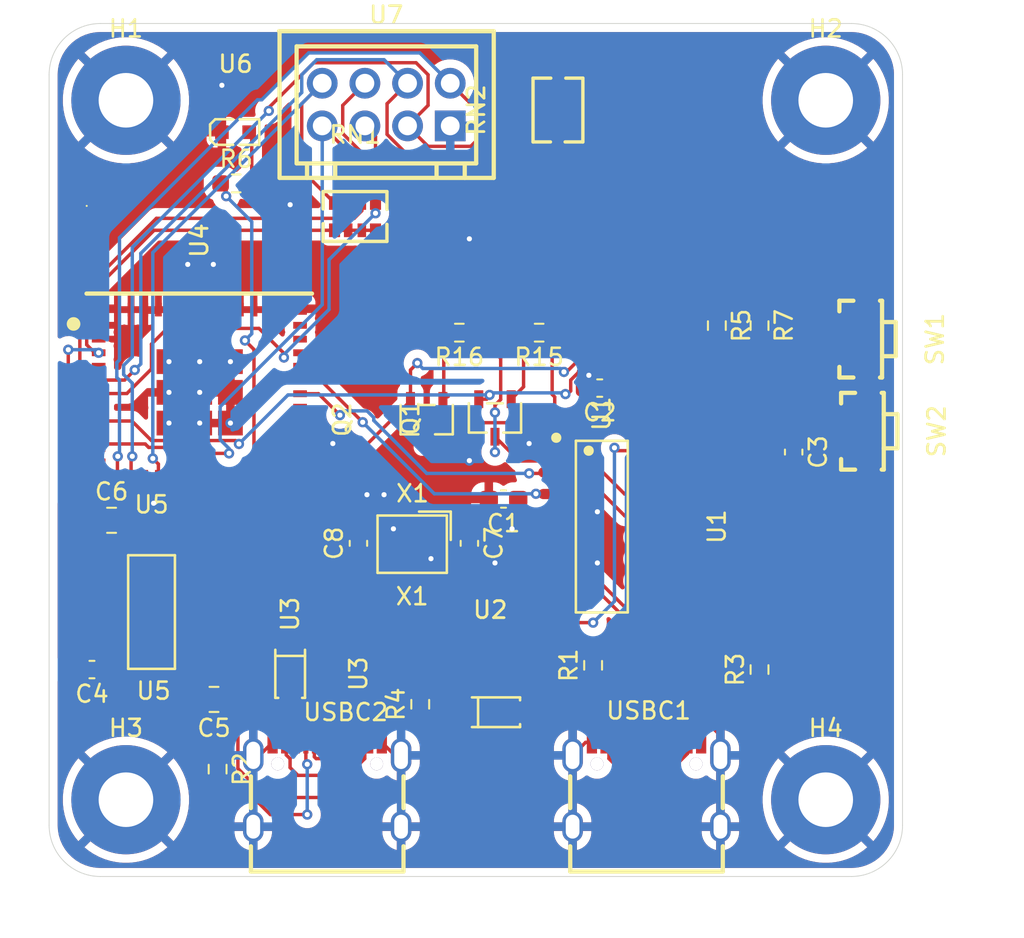
<source format=kicad_pcb>
(kicad_pcb (version 20241229) (generator "pcbnew") (generator_version "9.0")
  (layers (0 "F.Cu" signal) (2 "B.Cu" signal) (13 "F.Paste" user) (15 "B.Paste" user) (5 "F.SilkS" user "F.Silkscreen") (7 "B.SilkS" user "B.Silkscreen") (1 "F.Mask" user) (3 "B.Mask" user) (25 "Edge.Cuts" user))
  (net 0 "")
  (net 1 "IO21")
  (net 2 "footprint-A8-1")
  (net 3 "GND")
  (net 4 "RXD")
  (net 5 "cc2_r_debug-B5")
  (net 6 "nCTS")
  (net 7 "XO")
  (net 8 "TXD")
  (net 9 "IO18")
  (net 10 "IO20")
  (net 11 "XI")
  (net 12 "footprint-B8-0")
  (net 13 "cc1_r_debug-A5")
  (net 14 "IO19")
  (net 15 "ch340g-D_N")
  (net 16 "R232")
  (net 17 "esp32-D_N")
  (net 18 "diode_debug-VBUS")
  (net 19 "esp32-D_P")
  (net 20 "footprint-A8-0")
  (net 21 "ch340g-D_P")
  (net 22 "IO8")
  (net 23 "V3")
  (net 24 "cc1_r_esp-A5")
  (net 25 "IO23")
  (net 26 "diode_esp-VBUS")
  (net 27 "A")
  (net 28 "IO15")
  (net 29 "nDCD")
  (net 30 "IO22")
  (net 31 "footprint-B8-1")
  (net 32 "nRI")
  (net 33 "IO14")
  (net 34 "nDSR")
  (net 35 "power_5v-VCC")
  (net 36 "cc2_r_esp-B5")
  (net 37 "IO7")
  (net 38 "btn_reset-E")
  (net 39 "boot_pullup-E")
  (net 40 "ch340g-C-1")
  (net 41 "footprint-B-0")
  (net 42 "footprint-B-1")
  (net 43 "ch340g-C-0")
  (net 44 "esp32-net-4")
  (net 45 "esp32-net-0")
  (net 46 "esp32-net-2")
  (net 47 "footprint-net-1")
  (net 48 "esp32-net-3")
  (net 49 "esp32-net-1")
  (net 50 "footprint-net-0")
  (net 51 "esp32-net-6")
  (net 52 "esp32-net-5")
  (net 53 "_4")
  (net 54 "power_3v3-VCC")
  (net 55 "IO3")
  (net 56 "_5")
  (net 57 "IO6")
  (net 58 "IO1")
  (net 59 "IO2")
  (net 60 "IO5")
  (net 61 "IO0")
  (net 62 "IO4")
  (footprint "Slkor_1N5817W:SOD-123_L2.7-W1.6-LS3.6-RD" (layer "F.Cu") (at 107 109.5 -90)
    (property "Reference" "U3")
    (property "Value" "")
  )
  (footprint "YAGEO_CC0603KRX7R9BB104:C0603" (layer "F.Cu") (at 119.5 99.25 180)
    (property "Reference" "C1")
    (property "Value" "100nF ±10% 50V X7R" (hide yes))
  )
  (footprint "Changjiang_Electronics_Tech_S8050_J3Y_RANGE_200_350:SOT-23-3_L3.0-W1.7-P0.95-LS2.9-BR" (layer "F.Cu") (at 115 94.6 90)
    (property "Reference" "Q2")
    (property "Value" "")
  )
  (footprint "UNI_ROYAL_0603WAF1001T5E:R0603" (layer "F.Cu") (at 103.8375 80.75)
    (property "Reference" "R6")
    (property "Value" "1kΩ ±1% 100mW" (hide yes))
  )
  (footprint "Korean_Hroparts_Elec_TYPE_C_31_M_12:USB-C_SMD-TYPE-C-31-M-12_1" (layer "F.Cu") (at 127.8787 115.9887)
    (property "Reference" "USBC1" (hide yes))
    (property "Value" "")
  )
  (footprint "Samsung_Electro_Mechanics_CL10C220JB8NNNC:C0603" (layer "F.Cu") (at 111 101.85 90)
    (property "Reference" "C8")
    (property "Value" "22pF ±5% 50V C0G" (hide yes))
  )
  (footprint "Espressif_Systems_ESP32_C6_MINI_1_N4:WIFIM-SMD_61P-L16.6-W13.2-P0.80-ESP32-C6-MINI-1-N4" (layer "F.Cu") (at 101.68 93.05)
    (property "Reference" "U4")
    (property "Value" "")
  )
  (footprint "UNI_ROYAL_0603WAF5101T5E:R0603" (layer "F.Cu") (at 102.75 115.0875 -90)
    (property "Reference" "R2")
    (property "Value" "5.1kΩ ±1% 100mW" (hide yes))
  )
  (footprint "UNI_ROYAL_4D03WGJ0103T5E:RES-ARRAY-SMD_0603-8P-L3.2-W1.6-BL" (layer "F.Cu") (at 110.8 82.7)
    (property "Reference" "RN1")
    (property "Value" "")
  )
  (footprint "UNI_ROYAL_0603WAF5101T5E:R0603" (layer "F.Cu") (at 134.5 109.25 90)
    (property "Reference" "R3")
    (property "Value" "5.1kΩ ±1% 100mW" (hide yes))
  )
  (footprint "YAGEO_CC0603KRX7R9BB104:C0603" (layer "F.Cu") (at 95.3875 109.25 180)
    (property "Reference" "C4")
    (property "Value" "100nF ±10% 50V X7R" (hide yes))
  )
  (footprint "Samsung_Electro_Mechanics_CL21A106KAYNNNE:C0805" (layer "F.Cu") (at 102.5375 111 180)
    (property "Reference" "C5")
    (property "Value" "10µF ±10% 25V X5R" (hide yes))
  )
  (footprint "Slkor_1N5817W:SOD-123_L2.7-W1.6-LS3.6-RD" (layer "F.Cu") (at 119.06 111.75)
    (property "Reference" "U2")
    (property "Value" "")
  )
  (footprint "MountingHole_3_2_M3_Pad:MountingHole_3.2_M3_Pad" (layer "F.Cu") (at 138.3787 116.8787)
    (property "Reference" "H4")
    (property "Value" "")
  )
  (footprint "UNI_ROYAL_0603WAF1002T5E:R0603" (layer "F.Cu") (at 134.5 89.0875 -90)
    (property "Reference" "R7")
    (property "Value" "10kΩ ±1% 100mW" (hide yes))
  )
  (footprint "BZCN_TSA061B2808B:SW-SMD_TSA061B2808B" (layer "F.Cu") (at 139.8787 89.8787 -90)
    (property "Reference" "SW1")
    (property "Value" "")
  )
  (footprint "Samsung_Electro_Mechanics_CL10A105KB8NNNC:C0603" (layer "F.Cu") (at 136.5 96.5 -90)
    (property "Reference" "C3")
    (property "Value" "1µF ±10% 50V X5R" (hide yes))
  )
  (footprint "UNI_ROYAL_0603WAF1002T5E:R0603" (layer "F.Cu") (at 121.5875 89.5 180)
    (property "Reference" "R15")
    (property "Value" "10kΩ ±1% 100mW" (hide yes))
  )
  (footprint "UNI_ROYAL_0603WAF1002T5E:R0603" (layer "F.Cu") (at 116.9125 89.5 180)
    (property "Reference" "R16")
    (property "Value" "10kΩ ±1% 100mW" (hide yes))
  )
  (footprint "MountingHole_3_2_M3_Pad:MountingHole_3.2_M3_Pad" (layer "F.Cu") (at 138.3787 75.8787)
    (property "Reference" "H2")
    (property "Value" "")
  )
  (footprint "BZCN_TSA061B2808B:SW-SMD_TSA061B2808B" (layer "F.Cu") (at 139.9787 95.2787 -90)
    (property "Reference" "SW2")
    (property "Value" "")
  )
  (footprint "UNI_ROYAL_0603WAF5101T5E:R0603" (layer "F.Cu") (at 124.75 109 90)
    (property "Reference" "R1")
    (property "Value" "5.1kΩ ±1% 100mW" (hide yes))
  )
  (footprint "MountingHole_3_2_M3_Pad:MountingHole_3.2_M3_Pad" (layer "F.Cu") (at 97.3787 75.8787)
    (property "Reference" "H1")
    (property "Value" "")
  )
  (footprint "Yangxing_Tech_X322512MSB4SI:CRYSTAL-SMD_4P-L3.2-W2.5-BL" (layer "F.Cu") (at 114.15 101.9 180)
    (property "Reference" "X1")
    (property "Value" "")
  )
  (footprint "chxunda_XD_XHD_2_4A:CONN-TH_XD-XHD-2-4A" (layer "F.Cu") (at 112.6287 76.1287)
    (property "Reference" "U7")
    (property "Value" "")
  )
  (footprint "Samsung_Electro_Mechanics_CL10C220JB8NNNC:C0603" (layer "F.Cu") (at 117.5 101.85 -90)
    (property "Reference" "C7")
    (property "Value" "22pF ±5% 50V C0G" (hide yes))
  )
  (footprint "UNI_ROYAL_4D03WGJ0103T5E:RES-ARRAY-SMD_0603-8P-L3.2-W1.6-BL" (layer "F.Cu") (at 122.7 76.45 90)
    (property "Reference" "RN2")
    (property "Value" "")
  )
  (footprint "HONGLITRONIC_PSC_1608U52GC_G4:LED0603-RD_GREEN" (layer "F.Cu") (at 103.8 77.75)
    (property "Reference" "U6")
    (property "Value" "")
  )
  (footprint "Korean_Hroparts_Elec_TYPE_C_31_M_12:USB-C_SMD-TYPE-C-31-M-12_1" (layer "F.Cu") (at 109.17 115.9887)
    (property "Reference" "USBC2" (hide yes))
    (property "Value" "")
  )
  (footprint "Samsung_Electro_Mechanics_CL21A226MAQNNNE:C0805" (layer "F.Cu") (at 96.5375 100.5)
    (property "Reference" "C6")
    (property "Value" "22µF ±20% 25V X5R" (hide yes))
  )
  (footprint "UMW_AMS1117_3_3:SOT-223-4_L6.5-W3.5-P2.30-LS7.0-BR" (layer "F.Cu") (at 98.8787 105.8787)
    (property "Reference" "U5")
    (property "Value" "")
  )
  (footprint "Changjiang_Electronics_Tech_S8050_J3Y_RANGE_200_350:SOT-23-3_L3.0-W1.7-P0.95-LS2.9-BR" (layer "F.Cu") (at 119 94.5 90)
    (property "Reference" "Q1")
    (property "Value" "")
  )
  (footprint "WCH_CH340G:SOIC-16_L9.9-W3.9-P1.27-LS6.0-BL" (layer "F.Cu") (at 125.26 100.87 -90)
    (property "Reference" "U1")
    (property "Value" "")
  )
  (footprint "UNI_ROYAL_0603WAF1002T5E:R0603" (layer "F.Cu") (at 132 89.0875 -90)
    (property "Reference" "R5")
    (property "Value" "10kΩ ±1% 100mW" (hide yes))
  )
  (footprint "YAGEO_CC0603KRX7R9BB104:C0603" (layer "F.Cu") (at 125.1375 92.75 180)
    (property "Reference" "C2")
    (property "Value" "100nF ±10% 50V X7R" (hide yes))
  )
  (footprint "MountingHole_3_2_M3_Pad:MountingHole_3.2_M3_Pad" (layer "F.Cu") (at 97.3787 116.8787)
    (property "Reference" "H3")
    (property "Value" "")
  )
  (footprint "UNI_ROYAL_0603WAF5101T5E:R0603" (layer "F.Cu") (at 114.6213 111.2838 90)
    (property "Reference" "R4")
    (property "Value" "5.1kΩ ±1% 100mW")
  )
  (gr_line (start 95.8787 71.3787) (end 139.8787 71.3787) (stroke (width 0.05)) (layer "Edge.Cuts"))
  (gr_arc (start 139.8787 71.3787) (mid 142 72.2574) (end 142.8787 74.3787) (stroke (width 0.05)) (layer "Edge.Cuts"))
  (gr_line (start 142.8787 74.3787) (end 142.8787 118.3787) (stroke (width 0.05)) (layer "Edge.Cuts"))
  (gr_arc (start 142.8787 118.3787) (mid 142 120.5) (end 139.8787 121.3787) (stroke (width 0.05)) (layer "Edge.Cuts"))
  (gr_line (start 139.8787 121.3787) (end 95.8787 121.3787) (stroke (width 0.05)) (layer "Edge.Cuts"))
  (gr_arc (start 95.8787 121.3787) (mid 93.7574 120.5) (end 92.8787 118.3787) (stroke (width 0.05)) (layer "Edge.Cuts"))
  (gr_line (start 92.8787 118.3787) (end 92.8787 74.3787) (stroke (width 0.05)) (layer "Edge.Cuts"))
  (gr_arc (start 92.8787 74.3787) (mid 93.7574 72.2574) (end 95.8787 71.3787) (stroke (width 0.05)) (layer "Edge.Cuts"))
  (segment (start 113.13 114.2787) (end 112.37 113.5187) (width 0.2) (layer "F.Cu") (net 3))
  (segment (start 111 100.9875) (end 111 99.5) (width 0.2) (layer "F.Cu") (net 3))
  (segment (start 117.5 102.7125) (end 118.7125 102.7125) (width 0.2) (layer "F.Cu") (net 3))
  (segment (start 115.25 102.75) (end 117.4625 102.75) (width 0.2) (layer "F.Cu") (net 3))
  (segment (start 113.05 99.55) (end 112.5 99) (width 0.2) (layer "F.Cu") (net 3))
  (segment (start 98.48 98.98) (end 99 99.5) (width 0.2) (layer "F.Cu") (net 3))
  (segment (start 124.3087 113.5187) (end 123.5487 114.2787) (width 0.2) (layer "F.Cu") (net 3))
  (segment (start 118.6375 99.25) (end 118.6375 99.6375) (width 0.2) (layer "F.Cu") (net 3))
  (segment (start 132.2087 113.1212) (end 131.5 112.4125) (width 0.2) (layer "F.Cu") (net 3))
  (segment (start 98.48 97.95) (end 98.48 98.98) (width 0.2) (layer "F.Cu") (net 3))
  (segment (start 132.2087 114.2787) (end 132.2087 113.1212) (width 0.2) (layer "F.Cu") (net 3))
  (segment (start 122.52 96.42) (end 121.42 96.42) (width 0.2) (layer "F.Cu") (net 3))
  (segment (start 124.6787 113.5187) (end 124.3087 113.5187) (width 0.2) (layer "F.Cu") (net 3))
  (segment (start 108.18 98) (end 109.5 96.68) (width 0.2) (layer "F.Cu") (net 3))
  (segment (start 107.63 98) (end 108.18 98) (width 0.2) (layer "F.Cu") (net 3))
  (segment (start 118.6375 99.25) (end 118.6375 98.1375) (width 0.2) (layer "F.Cu") (net 3))
  (segment (start 99.07 88.3) (end 98.55 88.3) (width 0.2) (layer "F.Cu") (net 3))
  (segment (start 118.6375 99.6375) (end 120 101) (width 0.2) (layer "F.Cu") (net 3))
  (segment (start 121.42 96.42) (end 121 96) (width 0.2) (layer "F.Cu") (net 3))
  (segment (start 131.0787 113.5187) (end 131.0787 112.8338) (width 0.2) (layer "F.Cu") (net 3))
  (segment (start 111 99.5) (end 111.5 99) (width 0.2) (layer "F.Cu") (net 3))
  (segment (start 113.05 101.05) (end 113.05 99.55) (width 0.2) (layer "F.Cu") (net 3))
  (segment (start 109.5 96.68) (end 109.5 96) (width 0.2) (layer "F.Cu") (net 3))
  (segment (start 118.6375 98.1375) (end 117.5 97) (width 0.2) (layer "F.Cu") (net 3))
  (segment (start 124.275 92.225) (end 124.5 92) (width 0.2) (layer "F.Cu") (net 3))
  (segment (start 131.0787 112.8338) (end 131.5 112.4125) (width 0.2) (layer "F.Cu") (net 3))
  (segment (start 118.7125 102.7125) (end 119 103) (width 0.2) (layer "F.Cu") (net 3))
  (segment (start 117.4625 102.75) (end 117.5 102.7125) (width 0.2) (layer "F.Cu") (net 3))
  (segment (start 124.275 92.75) (end 124.275 92.225) (width 0.2) (layer "F.Cu") (net 3))
  (segment (start 105.21 114.2787) (end 105.97 113.5187) (width 0.2) (layer "F.Cu") (net 3))
  (via (at 113.05 101) (size 0.6) (drill 0.3) (layers "F.Cu" "B.Cu") (net 3))
  (via (at 101.7 91.2) (size 0.6) (drill 0.3) (layers "F.Cu" "B.Cu") (net 3))
  (via (at 101.7 93) (size 0.6) (drill 0.3) (layers "F.Cu" "B.Cu") (net 3))
  (via (at 103 75) (size 0.6) (drill 0.3) (layers "F.Cu" "B.Cu") (net 3))
  (via (at 117.5 97) (size 0.6) (drill 0.3) (layers "F.Cu" "B.Cu") (net 3))
  (via (at 115.25 102.75) (size 0.6) (drill 0.3) (layers "F.Cu" "B.Cu") (net 3))
  (via (at 101 85.5) (size 0.6) (drill 0.3) (layers "F.Cu" "B.Cu") (net 3))
  (via (at 99 99.5) (size 0.6) (drill 0.3) (layers "F.Cu" "B.Cu") (net 3))
  (via (at 117.5 84) (size 0.6) (drill 0.3) (layers "F.Cu" "B.Cu") (net 3))
  (via (at 99.9 94.8) (size 0.6) (drill 0.3) (layers "F.Cu" "B.Cu") (net 3))
  (via (at 111.5 99) (size 0.6) (drill 0.3) (layers "F.Cu" "B.Cu") (net 3))
  (via (at 101.7 94.8) (size 0.6) (drill 0.3) (layers "F.Cu" "B.Cu") (net 3))
  (via (at 112.5 99) (size 0.6) (drill 0.3) (layers "F.Cu" "B.Cu") (net 3))
  (via (at 124.5 92) (size 0.6) (drill 0.3) (layers "F.Cu" "B.Cu") (net 3))
  (via (at 102.5 85.5) (size 0.6) (drill 0.3) (layers "F.Cu" "B.Cu") (net 3))
  (via (at 125 103) (size 0.6) (drill 0.3) (layers "F.Cu" "B.Cu") (net 3))
  (via (at 103.5 94.8) (size 0.6) (drill 0.3) (layers "F.Cu" "B.Cu") (net 3))
  (via (at 99.9 91.2) (size 0.6) (drill 0.3) (layers "F.Cu" "B.Cu") (net 3))
  (via (at 109.5 96) (size 0.6) (drill 0.3) (layers "F.Cu" "B.Cu") (net 3))
  (via (at 103.5 91.2) (size 0.6) (drill 0.3) (layers "F.Cu" "B.Cu") (net 3))
  (via (at 107 82) (size 0.6) (drill 0.3) (layers "F.Cu" "B.Cu") (net 3))
  (via (at 119 103) (size 0.6) (drill 0.3) (layers "F.Cu" "B.Cu") (net 3))
  (via (at 99.9 93) (size 0.6) (drill 0.3) (layers "F.Cu" "B.Cu") (net 3))
  (via (at 125 100) (size 0.6) (drill 0.3) (layers "F.Cu" "B.Cu") (net 3))
  (via (at 121 96) (size 0.6) (drill 0.3) (layers "F.Cu" "B.Cu") (net 3))
  (via (at 120 101) (size 0.6) (drill 0.3) (layers "F.Cu" "B.Cu") (net 3))
  (segment (start 108.78 92.28) (end 111.25 94.75) (width 0.2) (layer "F.Cu") (net 4))
  (segment (start 121.398114 98.94572) (end 122.50572 98.94572) (width 0.2) (layer "F.Cu") (net 4))
  (segment (start 122.50572 98.94572) (end 122.52 98.96) (width 0.2) (layer "F.Cu") (net 4))
  (segment (start 107.58 92.28) (end 108.78 92.28) (width 0.2) (layer "F.Cu") (net 4))
  (via (at 121.398114 98.94572) (size 0.6) (drill 0.3) (layers "F.Cu" "B.Cu") (net 4))
  (via (at 111.25 94.75) (size 0.6) (drill 0.3) (layers "F.Cu" "B.Cu") (net 4))
  (segment (start 111.25 94.75) (end 115.44572 98.94572) (width 0.2) (layer "B.Cu") (net 4))
  (segment (start 115.44572 98.94572) (end 121.398114 98.94572) (width 0.2) (layer "B.Cu") (net 4))
  (segment (start 132.1349 110.1625) (end 129.6287 112.6687) (width 0.2) (layer "F.Cu") (net 5))
  (segment (start 129.6287 112.6687) (end 129.6287 113.5187) (width 0.2) (layer "F.Cu") (net 5))
  (segment (start 134.5 110.1625) (end 132.1349 110.1625) (width 0.2) (layer "F.Cu") (net 5))
  (segment (start 115.730761 104.4) (end 116.269239 104.4) (width 0.2) (layer "F.Cu") (net 7))
  (segment (start 114.55 104.15) (end 115.480761 104.15) (width 0.2) (layer "F.Cu") (net 7))
  (segment (start 119.269239 104.15) (end 119.419239 104) (width 0.2) (layer "F.Cu") (net 7))
  (segment (start 119.419239 104) (end 120.5 104) (width 0.2) (layer "F.Cu") (net 7))
  (segment (start 115.480761 104.15) (end 115.730761 104.4) (width 0.2) (layer "F.Cu") (net 7))
  (segment (start 116.519239 104.15) (end 119.269239 104.15) (width 0.2) (layer "F.Cu") (net 7))
  (segment (start 120.5 104) (end 121.81 105.31) (width 0.2) (layer "F.Cu") (net 7))
  (segment (start 116.269239 104.4) (end 116.519239 104.15) (width 0.2) (layer "F.Cu") (net 7))
  (segment (start 113.15 102.75) (end 114.55 104.15) (width 0.2) (layer "F.Cu") (net 7))
  (segment (start 111 102.7125) (end 113.0125 102.7125) (width 0.2) (layer "F.Cu") (net 7))
  (segment (start 121 97.75) (end 122.46 97.75) (width 0.2) (layer "F.Cu") (net 8))
  (segment (start 107.58 93.08) (end 108.66076 93.08) (width 0.2) (layer "F.Cu") (net 8))
  (segment (start 122.46 97.75) (end 122.52 97.69) (width 0.2) (layer "F.Cu") (net 8))
  (segment (start 108.66076 93.08) (end 109.91538 94.33462) (width 0.2) (layer "F.Cu") (net 8))
  (via (at 121 97.75) (size 0.6) (drill 0.3) (layers "F.Cu" "B.Cu") (net 8))
  (via (at 109.91538 94.33462) (size 0.6) (drill 0.3) (layers "F.Cu" "B.Cu") (net 8))
  (segment (start 121 97.75) (end 115 97.75) (width 0.2) (layer "B.Cu") (net 8))
  (segment (start 115 97.75) (end 111.9 94.65) (width 0.2) (layer "B.Cu") (net 8))
  (segment (start 110.16538 94.08462) (end 109.91538 94.33462) (width 0.2) (layer "B.Cu") (net 8))
  (segment (start 111.9 94.65) (end 111.9 94.480761) (width 0.2) (layer "B.Cu") (net 8))
  (segment (start 111.9 94.480761) (end 111.503859 94.08462) (width 0.2) (layer "B.Cu") (net 8))
  (segment (start 111.503859 94.08462) (end 110.16538 94.08462) (width 0.2) (layer "B.Cu") (net 8))
  (segment (start 117.5 100.9875) (end 118.265 100.9875) (width 0.2) (layer "F.Cu") (net 11))
  (segment (start 115.25 101.05) (end 117.4375 101.05) (width 0.2) (layer "F.Cu") (net 11))
  (segment (start 121.3175 104.04) (end 122.52 104.04) (width 0.2) (layer "F.Cu") (net 11))
  (segment (start 118.265 100.9875) (end 121.3175 104.04) (width 0.2) (layer "F.Cu") (net 11))
  (segment (start 126.6287 112.6167) (end 124.75 110.738) (width 0.2) (layer "F.Cu") (net 13))
  (segment (start 126.6287 113.5187) (end 126.6287 112.6167) (width 0.2) (layer "F.Cu") (net 13))
  (segment (start 124.75 110.738) (end 124.75 109.9125) (width 0.2) (layer "F.Cu") (net 13))
  (segment (start 127.1287 114.4207) (end 127.1777 114.4697) (width 0.2) (layer "F.Cu") (net 15))
  (segment (start 127.1537 106.770097) (end 123.153603 102.77) (width 0.2) (layer "F.Cu") (net 15))
  (segment (start 127.1537 112.518699) (end 127.1537 106.770097) (width 0.2) (layer "F.Cu") (net 15))
  (segment (start 128.1287 114.4207) (end 128.1287 113.5187) (width 0.2) (layer "F.Cu") (net 15))
  (segment (start 127.1287 113.5187) (end 127.1287 112.543699) (width 0.2) (layer "F.Cu") (net 15))
  (segment (start 127.1287 113.5187) (end 127.1287 114.4207) (width 0.2) (layer "F.Cu") (net 15))
  (segment (start 127.1287 112.543699) (end 127.1537 112.518699) (width 0.2) (layer "F.Cu") (net 15))
  (segment (start 128.0797 114.4697) (end 128.1287 114.4207) (width 0.2) (layer "F.Cu") (net 15))
  (segment (start 127.1777 114.4697) (end 128.0797 114.4697) (width 0.2) (layer "F.Cu") (net 15))
  (segment (start 108.445 105.753368) (end 101.179 98.487368) (width 0.2) (layer "F.Cu") (net 17))
  (segment (start 108.42 112.543699) (end 108.445 112.518699) (width 0.2) (layer "F.Cu") (net 17))
  (segment (start 108.445 112.518699) (end 108.445 105.753368) (width 0.2) (layer "F.Cu") (net 17))
  (segment (start 101.179 98.487368) (end 101.179 98.249) (width 0.2) (layer "F.Cu") (net 17))
  (segment (start 108.42 113.5187) (end 108.42 112.543699) (width 0.2) (layer "F.Cu") (net 17))
  (segment (start 108.42 113.5187) (end 108.42 114.3687) (width 0.2) (layer "F.Cu") (net 17))
  (segment (start 101.179 98.249) (end 100.88 97.95) (width 0.2) (layer "F.Cu") (net 17))
  (segment (start 108.521 114.4697) (end 109.371 114.4697) (width 0.2) (layer "F.Cu") (net 17))
  (segment (start 108.42 114.3687) (end 108.521 114.4697) (width 0.2) (layer "F.Cu") (net 17))
  (segment (start 109.371 114.4697) (end 109.42 114.4207) (width 0.2) (layer "F.Cu") (net 17))
  (segment (start 109.42 114.4207) (end 109.42 113.5187) (width 0.2) (layer "F.Cu") (net 17))
  (segment (start 125.6777 114.4697) (end 125.6777 113.7177) (width 0.2) (layer "F.Cu") (net 18))
  (segment (start 130.2787 114.1737) (end 129.5807 114.8717) (width 0.2) (layer "F.Cu") (net 18))
  (segment (start 124.365 111.75) (end 125.4787 112.8637) (width 0.2) (layer "F.Cu") (net 18))
  (segment (start 120.75 111.75) (end 124.365 111.75) (width 0.2) (layer "F.Cu") (net 18))
  (segment (start 129.5807 114.8717) (end 126.0797 114.8717) (width 0.2) (layer "F.Cu") (net 18))
  (segment (start 126.0797 114.8717) (end 125.6777 114.4697) (width 0.2) (layer "F.Cu") (net 18))
  (segment (start 130.2787 113.5187) (end 130.2787 114.1737) (width 0.2) (layer "F.Cu") (net 18))
  (segment (start 125.4787 112.8637) (end 125.4787 113.5187) (width 0.2) (layer "F.Cu") (net 18))
  (segment (start 109.871 112.5677) (end 109.92 112.6167) (width 0.2) (layer "F.Cu") (net 19))
  (segment (start 108.895 112.518699) (end 108.895 105.567) (width 0.2) (layer "F.Cu") (net 19))
  (segment (start 108.92 113.5187) (end 108.92 112.543699) (width 0.2) (layer "F.Cu") (net 19))
  (segment (start 101.68 98.352) (end 101.68 97.95) (width 0.2) (layer "F.Cu") (net 19))
  (segment (start 108.895 105.567) (end 101.68 98.352) (width 0.2) (layer "F.Cu") (net 19))
  (segment (start 108.92 113.5187) (end 108.92 112.6167) (width 0.2) (layer "F.Cu") (net 19))
  (segment (start 108.92 112.543699) (end 108.895 112.518699) (width 0.2) (layer "F.Cu") (net 19))
  (segment (start 109.92 112.6167) (end 109.92 113.5187) (width 0.2) (layer "F.Cu") (net 19))
  (segment (start 108.969 112.5677) (end 109.871 112.5677) (width 0.2) (layer "F.Cu") (net 19))
  (segment (start 108.92 112.6167) (end 108.969 112.5677) (width 0.2) (layer "F.Cu") (net 19))
  (segment (start 127.6287 112.543699) (end 127.6037 112.518699) (width 0.2) (layer "F.Cu") (net 21))
  (segment (start 127.6037 112.518699) (end 127.6037 106.5837) (width 0.2) (layer "F.Cu") (net 21))
  (segment (start 127.6287 113.5187) (end 127.6287 112.6167) (width 0.2) (layer "F.Cu") (net 21))
  (segment (start 128.5797 112.5677) (end 128.6287 112.6167) (width 0.2) (layer "F.Cu") (net 21))
  (segment (start 127.6287 112.6167) (end 127.6777 112.5677) (width 0.2) (layer "F.Cu") (net 21))
  (segment (start 127.6777 112.5677) (end 128.5797 112.5677) (width 0.2) (layer "F.Cu") (net 21))
  (segment (start 128.6287 112.6167) (end 128.6287 113.5187) (width 0.2) (layer "F.Cu") (net 21))
  (segment (start 127.6287 113.5187) (end 127.6287 112.543699) (width 0.2) (layer "F.Cu") (net 21))
  (segment (start 123.189 102.169) (end 122.52 101.5) (width 0.2) (layer "F.Cu") (net 21))
  (segment (start 123.806 102.521058) (end 123.453942 102.169) (width 0.2) (layer "F.Cu") (net 21))
  (segment (start 123.806 102.786) (end 123.806 102.521058) (width 0.2) (layer "F.Cu") (net 21))
  (segment (start 127.6037 106.5837) (end 123.806 102.786) (width 0.2) (layer "F.Cu") (net 21))
  (segment (start 123.453942 102.169) (end 123.189 102.169) (width 0.2) (layer "F.Cu") (net 21))
  (segment (start 103.25 81.5) (end 103.25 81.075) (width 0.2) (layer "F.Cu") (net 22))
  (segment (start 104.88 97.95) (end 104.88 90.487732) (width 0.2) (layer "F.Cu") (net 22))
  (segment (start 103.25 81.075) (end 102.925 80.75) (width 0.2) (layer "F.Cu") (net 22))
  (segment (start 104.88 90.487732) (end 104.351292 89.959024) (width 0.2) (layer "F.Cu") (net 22))
  (via (at 103.25 81.5) (size 0.6) (drill 0.3) (layers "F.Cu" "B.Cu") (net 22))
  (via (at 104.351292 89.959024) (size 0.6) (drill 0.3) (layers "F.Cu" "B.Cu") (net 22))
  (segment (start 104.75 89.560316) (end 104.351292 89.959024) (width 0.2) (layer "B.Cu") (net 22))
  (segment (start 104.75 83) (end 104.75 89.560316) (width 0.2) (layer "B.Cu") (net 22))
  (segment (start 103.25 81.5) (end 104.75 83) (width 0.2) (layer "B.Cu") (net 22))
  (segment (start 121.3525 100.24) (end 122.52 100.24) (width 0.2) (layer "F.Cu") (net 23))
  (segment (start 120.3625 99.25) (end 121.3525 100.24) (width 0.2) (layer "F.Cu") (net 23))
  (segment (start 102.75 114.175) (end 102.75 114.6625) (width 0.2) (layer "F.Cu") (net 24))
  (segment (start 107.92 113.5187) (end 107.92 114.721) (width 0.2) (layer "F.Cu") (net 24))
  (segment (start 105.8375 117.75) (end 108 117.75) (width 0.2) (layer "F.Cu") (net 24))
  (segment (start 102.75 114.6625) (end 105.8375 117.75) (width 0.2) (layer "F.Cu") (net 24))
  (segment (start 107.92 114.721) (end 108 114.801) (width 0.2) (layer "F.Cu") (net 24))
  (via (at 108 114.801) (size 0.6) (drill 0.3) (layers "F.Cu" "B.Cu") (net 24))
  (via (at 108 117.75) (size 0.6) (drill 0.3) (layers "F.Cu" "B.Cu") (net 24))
  (segment (start 108 114.801) (end 108 117.75) (width 0.2) (layer "B.Cu") (net 24))
  (segment (start 106.77 113.5187) (end 106.77 111.42) (width 0.2) (layer "F.Cu") (net 26))
  (segment (start 106.77 114.251981) (end 106.77 113.5187) (width 0.2) (layer "F.Cu") (net 26))
  (segment (start 107.451 115.451) (end 106.996 114.996) (width 0.2) (layer "F.Cu") (net 26))
  (segment (start 111.371 113.7177) (end 111.371 114.4697) (width 0.2) (layer "F.Cu") (net 26))
  (segment (start 110.3897 115.451) (end 107.451 115.451) (width 0.2) (layer "F.Cu") (net 26))
  (segment (start 111.57 113.5187) (end 111.371 113.7177) (width 0.2) (layer "F.Cu") (net 26))
  (segment (start 106.996 114.477981) (end 106.77 114.251981) (width 0.2) (layer "F.Cu") (net 26))
  (segment (start 111.371 114.4697) (end 110.3897 115.451) (width 0.2) (layer "F.Cu") (net 26))
  (segment (start 106.996 114.996) (end 106.996 114.477981) (width 0.2) (layer "F.Cu") (net 26))
  (segment (start 104.75 80.75) (end 104.75 77.9) (width 0.2) (layer "F.Cu") (net 27))
  (segment (start 103.939 115.051906) (end 105.637094 116.75) (width 0.2) (layer "F.Cu") (net 35))
  (segment (start 103.81 111) (end 107 107.81) (width 0.2) (layer "F.Cu") (net 35))
  (segment (start 117.25 113.25) (end 117.5 113) (width 0.2) (layer "F.Cu") (net 35))
  (segment (start 104.25 103.5) (end 104.1713 103.5787) (width 0.2) (layer "F.Cu") (net 35))
  (segment (start 128 94.75) (end 126 92.75) (width 0.2) (layer "F.Cu") (net 35))
  (segment (start 117.1213 112.6213) (end 117.5 113) (width 0.2) (layer "F.Cu") (net 35))
  (segment (start 117.25 116.75) (end 117.25 113.25) (width 0.2) (layer "F.Cu") (net 35))
  (segment (start 104.1713 103.5787) (end 101.7087 103.5787) (width 0.2) (layer "F.Cu") (net 35))
  (segment (start 103.939 110.871) (end 103.939 115.051906) (width 0.2) (layer "F.Cu") (net 35))
  (segment (start 107 106.25) (end 104.25 103.5) (width 0.2) (layer "F.Cu") (net 35))
  (segment (start 126 96.25) (end 126.17 96.42) (width 0.2) (layer "F.Cu") (net 35))
  (segment (start 117.1213 111.8713) (end 117.1213 112.6213) (width 0.2) (layer "F.Cu") (net 35))
  (segment (start 107 107.81) (end 103.939 110.871) (width 0.2) (layer "F.Cu") (net 35))
  (segment (start 122.62 106.5) (end 124.75 106.5) (width 0.2) (layer "F.Cu") (net 35))
  (segment (start 107 107.81) (end 107 106.25) (width 0.2) (layer "F.Cu") (net 35))
  (segment (start 105.637094 116.75) (end 117.25 116.75) (width 0.2) (layer "F.Cu") (net 35))
  (segment (start 117.37 111.75) (end 122.62 106.5) (width 0.2) (layer "F.Cu") (net 35))
  (segment (start 128 96.42) (end 128 94.75) (width 0.2) (layer "F.Cu") (net 35))
  (segment (start 126.17 96.42) (end 128 96.42) (width 0.2) (layer "F.Cu") (net 35))
  (via (at 126 96.25) (size 0.6) (drill 0.3) (layers "F.Cu" "B.Cu") (net 35))
  (via (at 124.75 106.5) (size 0.6) (drill 0.3) (layers "F.Cu" "B.Cu") (net 35))
  (segment (start 124.75 106.5) (end 126 105.25) (width 0.2) (layer "B.Cu") (net 35))
  (segment (start 126 105.25) (end 126 96.25) (width 0.2) (layer "B.Cu") (net 35))
  (segment (start 110.92 113.5187) (end 110.92 112.58) (width 0.2) (layer "F.Cu") (net 36))
  (segment (start 111.3037 112.1963) (end 114.6213 112.1963) (width 0.2) (layer "F.Cu") (net 36))
  (segment (start 110.92 112.58) (end 111.3037 112.1963) (width 0.2) (layer "F.Cu") (net 36))
  (segment (start 118.05 93.4) (end 118.515 93.4) (width 0.2) (layer "F.Cu") (net 38))
  (segment (start 95.78 94.68) (end 97.728 94.68) (width 0.2) (layer "F.Cu") (net 38))
  (segment (start 118.515 93.4) (end 118.684016 93.230984) (width 0.2) (layer "F.Cu") (net 38))
  (segment (start 118.684016 93.230984) (end 118.684016 93.15) (width 0.2) (layer "F.Cu") (net 38))
  (segment (start 125.719366 90) (end 124.320366 91.399) (width 0.2) (layer "F.Cu") (net 38))
  (segment (start 123.4365 92.915497) (end 123.250997 93.101) (width 0.2) (layer "F.Cu") (net 38))
  (segment (start 124.251057 91.399) (end 123.899 91.751057) (width 0.2) (layer "F.Cu") (net 38))
  (segment (start 97.728 94.68) (end 98.874 95.826) (width 0.2) (layer "F.Cu") (net 38))
  (segment (start 138.1777 95.3797) (end 138.2787 95.2787) (width 0.2) (layer "F.Cu") (net 38))
  (segment (start 123.4365 92.282866) (end 123.4365 92.915497) (width 0.2) (layer "F.Cu") (net 38))
  (segment (start 103.800998 95.826) (end 104 96.025002) (width 0.2) (layer "F.Cu") (net 38))
  (segment (start 136.5 94.5) (end 132 90) (width 0.2) (layer "F.Cu") (net 38))
  (segment (start 138.2787 95.2787) (end 139.0787 95.2787) (width 0.2) (layer "F.Cu") (net 38))
  (segment (start 98.874 95.826) (end 103.800998 95.826) (width 0.2) (layer "F.Cu") (net 38))
  (segment (start 124.320366 91.399) (end 124.251057 91.399) (width 0.2) (layer "F.Cu") (net 38))
  (segment (start 123.899 91.751057) (end 123.899 91.820366) (width 0.2) (layer "F.Cu") (net 38))
  (segment (start 139.0787 95.2787) (end 139.0787 94.2787) (width 0.2) (layer "F.Cu") (net 38))
  (segment (start 132 90) (end 125.719366 90) (width 0.2) (layer "F.Cu") (net 38))
  (segment (start 123.899 91.820366) (end 123.4365 92.282866) (width 0.2) (layer "F.Cu") (net 38))
  (segment (start 123.250997 93.101) (end 123.127803 93.101) (width 0.2) (layer "F.Cu") (net 38))
  (segment (start 136.7578 95.3797) (end 138.1777 95.3797) (width 0.2) (layer "F.Cu") (net 38))
  (segment (start 136.5 95.6375) (end 136.5 94.5) (width 0.2) (layer "F.Cu") (net 38))
  (via (at 104 96.025002) (size 0.6) (drill 0.3) (layers "F.Cu" "B.Cu") (net 38))
  (via (at 123.127803 93.101) (size 0.6) (drill 0.3) (layers "F.Cu" "B.Cu") (net 38))
  (via (at 118.684016 93.15) (size 0.6) (drill 0.3) (layers "F.Cu" "B.Cu") (net 38))
  (segment (start 118.805087 93.028929) (end 123.055732 93.028929) (width 0.2) (layer "B.Cu") (net 38))
  (segment (start 118.684016 93.15) (end 118.805087 93.028929) (width 0.2) (layer "B.Cu") (net 38))
  (segment (start 104 96.025002) (end 106.875002 93.15) (width 0.2) (layer "B.Cu") (net 38))
  (segment (start 123.055732 93.028929) (end 123.127803 93.101) (width 0.2) (layer "B.Cu") (net 38))
  (segment (start 106.875002 93.15) (end 118.684016 93.15) (width 0.2) (layer "B.Cu") (net 38))
  (segment (start 108.899 98.651) (end 114.05 93.5) (width 0.2) (layer "F.Cu") (net 39))
  (segment (start 123.199 91.801) (end 123.040689 91.801) (width 0.2) (layer "F.Cu") (net 39))
  (segment (start 105.68 97.95) (end 105.68 98.352) (width 0.2) (layer "F.Cu") (net 39))
  (segment (start 105.979 98.651) (end 108.899 98.651) (width 0.2) (layer "F.Cu") (net 39))
  (segment (start 134.5 90) (end 133.7115 89.2115) (width 0.2) (layer "F.Cu") (net 39))
  (segment (start 125.7885 89.2115) (end 123.199 91.801) (width 0.2) (layer "F.Cu") (net 39))
  (segment (start 105.68 98.352) (end 105.979 98.651) (width 0.2) (layer "F.Cu") (net 39))
  (segment (start 114.05 91.686618) (end 114.452929 91.283689) (width 0.2) (layer "F.Cu") (net 39))
  (segment (start 138.9787 89.8787) (end 134.5338 89.8787) (width 0.2) (layer "F.Cu") (net 39))
  (segment (start 114.05 93.5) (end 114.05 91.686618) (width 0.2) (layer "F.Cu") (net 39))
  (segment (start 133.7115 89.2115) (end 125.7885 89.2115) (width 0.2) (layer "F.Cu") (net 39))
  (segment (start 138.9787 88.8787) (end 138.9787 89.8787) (width 0.2) (layer "F.Cu") (net 39))
  (via (at 123.040689 91.801) (size 0.6) (drill 0.3) (layers "F.Cu" "B.Cu") (net 39))
  (via (at 114.452929 91.283689) (size 0.6) (drill 0.3) (layers "F.Cu" "B.Cu") (net 39))
  (segment (start 123.040689 91.801) (end 122.839689 91.6) (width 0.2) (layer "B.Cu") (net 39))
  (segment (start 114.76924 91.6) (end 114.452929 91.283689) (width 0.2) (layer "B.Cu") (net 39))
  (segment (start 122.839689 91.6) (end 114.76924 91.6) (width 0.2) (layer "B.Cu") (net 39))
  (segment (start 122.413942 94.779) (end 115.921 94.779) (width 0.2) (layer "F.Cu") (net 40))
  (segment (start 115.921 94.779) (end 115 95.7) (width 0.2) (layer "F.Cu") (net 40))
  (segment (start 122.35 93.119242) (end 122.5 93.269242) (width 0.2) (layer "F.Cu") (net 40))
  (segment (start 126.594942 98.96) (end 122.413942 94.779) (width 0.2) (layer "F.Cu") (net 40))
  (segment (start 128 98.96) (end 126.594942 98.96) (width 0.2) (layer "F.Cu") (net 40))
  (segment (start 122.5 93.269242) (end 122.5 94.692942) (width 0.2) (layer "F.Cu") (net 40))
  (segment (start 122.5 94.692942) (end 122.413942 94.779) (width 0.2) (layer "F.Cu") (net 40))
  (segment (start 122.35 89.65) (end 122.35 93.119242) (width 0.2) (layer "F.Cu") (net 40))
  (segment (start 120.675 89.5) (end 120.675 92.675) (width 0.2) (layer "F.Cu") (net 41))
  (segment (start 120.675 92.675) (end 119.95 93.4) (width 0.2) (layer "F.Cu") (net 41))
  (segment (start 116 89.5) (end 116 93) (width 0.2) (layer "F.Cu") (net 42))
  (segment (start 116.25 93.25) (end 116.2 93.25) (width 0.2) (layer "F.Cu") (net 42))
  (segment (start 116.2 93.25) (end 115.95 93.5) (width 0.2) (layer "F.Cu") (net 42))
  (segment (start 116 93) (end 116.25 93.25) (width 0.2) (layer "F.Cu") (net 42))
  (segment (start 119 93.753255) (end 119 94.179) (width 0.2) (layer "F.Cu") (net 43))
  (segment (start 117.825 89.5) (end 119.334016 91.009016) (width 0.2) (layer "F.Cu") (net 43))
  (segment (start 119.334016 91.009016) (end 119.334016 93.419239) (width 0.2) (layer "F.Cu") (net 43))
  (segment (start 128 100.24) (end 126.604942 100.24) (width 0.2) (layer "F.Cu") (net 43))
  (segment (start 120.421 97.021) (end 119 95.6) (width 0.2) (layer "F.Cu") (net 43))
  (segment (start 126.604942 100.24) (end 123.385942 97.021) (width 0.2) (layer "F.Cu") (net 43))
  (segment (start 119.334016 93.419239) (end 119 93.753255) (width 0.2) (layer "F.Cu") (net 43))
  (segment (start 123.385942 97.021) (end 120.421 97.021) (width 0.2) (layer "F.Cu") (net 43))
  (segment (start 119 96.5) (end 119 95.6) (width 0.2) (layer "F.Cu") (net 43))
  (via (at 119 94.179) (size 0.6) (drill 0.3) (layers "F.Cu" "B.Cu") (net 43))
  (via (at 119 96.5) (size 0.6) (drill 0.3) (layers "F.Cu" "B.Cu") (net 43))
  (segment (start 119 94.179) (end 119 96) (width 0.2) (layer "B.Cu") (net 43))
  (segment (start 119 96) (end 119 96.5) (width 0.2) (layer "B.Cu") (net 43))
  (segment (start 123.5 88.175) (end 116.675 88.175) (width 0.2) (layer "F.Cu") (net 54))
  (segment (start 94 99) (end 94 90.5) (width 0.2) (layer "F.Cu") (net 54))
  (segment (start 123.5 77.65) (end 123.5 88.175) (width 0.2) (layer "F.Cu") (net 54))
  (segment (start 95.079 87.449) (end 95.079 90.21) (width 0.2) (layer "F.Cu") (net 54))
  (segment (start 95.549 90.68) (end 95.78 90.68) (width 0.2) (layer "F.Cu") (net 54))
  (segment (start 96.0487 101.0487) (end 95.5 100.5) (width 0.2) (layer "F.Cu") (net 54))
  (segment (start 99.028 83.5) (end 95.079 87.449) (width 0.2) (layer "F.Cu") (net 54))
  (segment (start 95.079 90.21) (end 95.549 90.68) (width 0.2) (layer "F.Cu") (net 54))
  (segment (start 132.75 88.175) (end 132 88.175) (width 0.2) (layer "F.Cu") (net 54))
  (segment (start 96.25 109.25) (end 96.25 106.08) (width 0.2) (layer "F.Cu") (net 54))
  (segment (start 95.5 100.5) (end 94 99) (width 0.2) (layer "F.Cu") (net 54))
  (segment (start 123.5 76.05) (end 123.5 77.65) (width 0.2) (layer "F.Cu") (net 54))
  (segment (start 116.675 88.175) (end 112 83.5) (width 0.2) (layer "F.Cu") (net 54))
  (segment (start 134.5 88.175) (end 132.75 88.175) (width 0.2) (layer "F.Cu") (net 54))
  (segment (start 132 88.175) (end 123.5 88.175) (width 0.2) (layer "F.Cu") (net 54))
  (segment (start 132.75 88.175) (end 131.675 88.175) (width 0.2) (layer "F.Cu") (net 54))
  (segment (start 101.7087 105.8787) (end 96.0487 105.8787) (width 0.2) (layer "F.Cu") (net 54))
  (segment (start 96.0487 105.8787) (end 96.0487 101.0487) (width 0.2) (layer "F.Cu") (net 54))
  (segment (start 109.6 83.5) (end 99.028 83.5) (width 0.2) (layer "F.Cu") (net 54))
  (segment (start 109.6 83.5) (end 112 83.5) (width 0.2) (layer "F.Cu") (net 54))
  (via (at 94 90.5) (size 0.6) (drill 0.3) (layers "F.Cu" "B.Cu") (net 54))
  (via (at 95.78 90.68) (size 0.6) (drill 0.3) (layers "F.Cu" "B.Cu") (net 54))
  (segment (start 94 90.5) (end 95.6 90.5) (width 0.2) (layer "B.Cu") (net 54))
  (segment (start 95.6 90.5) (end 95.78 90.68) (width 0.2) (layer "B.Cu") (net 54))
  (segment (start 99.798 89.25) (end 105.174148 89.25) (width 0.2) (layer "F.Cu") (net 55))
  (segment (start 105.174148 89.25) (end 106.635494 90.711346) (width 0.2) (layer "F.Cu") (net 55))
  (segment (start 112 82.5) (end 112 81.9) (width 0.2) (layer "F.Cu") (net 55))
  (segment (start 112 78) (end 112 81.9) (width 0.2) (layer "F.Cu") (net 55))
  (segment (start 97.43 93.07) (end 98.874 91.626) (width 0.2) (layer "F.Cu") (net 55))
  (segment (start 95.78 93.07) (end 97.43 93.07) (width 0.2) (layer "F.Cu") (net 55))
  (segment (start 111.3787 77.3787) (end 112 78) (width 0.2) (layer "F.Cu") (net 55))
  (segment (start 106.635494 90.711346) (end 106.635494 90.957555) (width 0.2) (layer "F.Cu") (net 55))
  (segment (start 98.874 90.174) (end 99.798 89.25) (width 0.2) (layer "F.Cu") (net 55))
  (segment (start 98.874 91.626) (end 98.874 90.174) (width 0.2) (layer "F.Cu") (net 55))
  (via (at 112 82.5) (size 0.6) (drill 0.3) (layers "F.Cu" "B.Cu") (net 55))
  (via (at 106.635494 90.957555) (size 0.6) (drill 0.3) (layers "F.Cu" "B.Cu") (net 55))
  (segment (start 112 82.5) (end 109.2787 85.2213) (width 0.2) (layer "B.Cu") (net 55))
  (segment (start 106.635494 90.783746) (end 106.635494 90.957555) (width 0.2) (layer "B.Cu") (net 55))
  (segment (start 109.2787 88.14054) (end 106.635494 90.783746) (width 0.2) (layer "B.Cu") (net 55))
  (segment (start 109.2787 85.2213) (end 109.2787 88.14054) (width 0.2) (layer "B.Cu") (net 55))
  (segment (start 99.28 97.203583) (end 98.952417 96.876) (width 0.2) (layer "F.Cu") (net 57))
  (segment (start 99.28 97.95) (end 99.28 97.203583) (width 0.2) (layer "F.Cu") (net 57))
  (segment (start 107.6777 79.9777) (end 107.6777 76.0797) (width 0.2) (layer "F.Cu") (net 57))
  (segment (start 107.6777 76.0797) (end 108.8787 74.8787) (width 0.2) (layer "F.Cu") (net 57))
  (segment (start 109.6 81.9) (end 107.6777 79.9777) (width 0.2) (layer "F.Cu") (net 57))
  (via (at 98.952417 96.876) (size 0.6) (drill 0.3) (layers "F.Cu" "B.Cu") (net 57))
  (segment (start 98.952417 84.804983) (end 98.952417 96.876) (width 0.2) (layer "B.Cu") (net 57))
  (segment (start 108.8787 74.8787) (end 98.952417 84.804983) (width 0.2) (layer "B.Cu") (net 57))
  (segment (start 97.68 96.82) (end 97.75 96.75) (width 0.2) (layer "F.Cu") (net 58))
  (segment (start 119.3094 76.85) (end 117.5797 78.5797) (width 0.2) (layer "F.Cu") (net 58))
  (segment (start 115.0797 76.1777) (end 113.8787 77.3787) (width 0.2) (layer "F.Cu") (net 58))
  (segment (start 115.0797 74.381229) (end 115.0797 76.1777) (width 0.2) (layer "F.Cu") (net 58))
  (segment (start 115.0797 78.5797) (end 113.8787 77.3787) (width 0.2) (layer "F.Cu") (net 58))
  (segment (start 117.5797 78.5797) (end 115.0797 78.5797) (width 0.2) (layer "F.Cu") (net 58))
  (segment (start 121.9 76.85) (end 119.3094 76.85) (width 0.2) (layer "F.Cu") (net 58))
  (segment (start 108.381229 73.6777) (end 114.376171 73.6777) (width 0.2) (layer "F.Cu") (net 58))
  (segment (start 105.75 76.5) (end 105.75 76.308929) (width 0.2) (layer "F.Cu") (net 58))
  (segment (start 97.68 97.95) (end 97.68 96.82) (width 0.2) (layer "F.Cu") (net 58))
  (segment (start 114.376171 73.6777) (end 115.0797 74.381229) (width 0.2) (layer "F.Cu") (net 58))
  (segment (start 105.75 76.308929) (end 108.381229 73.6777) (width 0.2) (layer "F.Cu") (net 58))
  (via (at 97.75 96.75) (size 0.6) (drill 0.3) (layers "F.Cu" "B.Cu") (net 58))
  (via (at 105.75 76.5) (size 0.6) (drill 0.3) (layers "F.Cu" "B.Cu") (net 58))
  (segment (start 97.75 92.462539) (end 97.24373 91.956269) (width 0.2) (layer "B.Cu") (net 58))
  (segment (start 97.75 90.911521) (end 97.75 84.5) (width 0.2) (layer "B.Cu") (net 58))
  (segment (start 97.24373 91.956269) (end 97.24373 91.417791) (width 0.2) (layer "B.Cu") (net 58))
  (segment (start 97.75 84.5) (end 105.75 76.5) (width 0.2) (layer "B.Cu") (net 58))
  (segment (start 97.24373 91.417791) (end 97.75 90.911521) (width 0.2) (layer "B.Cu") (net 58))
  (segment (start 97.75 96.75) (end 97.75 92.462539) (width 0.2) (layer "B.Cu") (net 58))
  (segment (start 113.781229 78.9797) (end 120.5703 78.9797) (width 0.2) (layer "F.Cu") (net 59))
  (segment (start 113.8787 74.8787) (end 112.6777 76.0797) (width 0.2) (layer "F.Cu") (net 59))
  (segment (start 120.5703 78.9797) (end 121.9 77.65) (width 0.2) (layer "F.Cu") (net 59))
  (segment (start 97.30076 92.28) (end 97.89373 91.68703) (width 0.2) (layer "F.Cu") (net 59))
  (segment (start 112.6777 76.0797) (end 112.6777 77.876171) (width 0.2) (layer "F.Cu") (net 59))
  (segment (start 112.6777 77.876171) (end 113.781229 78.9797) (width 0.2) (layer "F.Cu") (net 59))
  (segment (start 95.78 92.28) (end 97.30076 92.28) (width 0.2) (layer "F.Cu") (net 59))
  (via (at 97.89373 91.68703) (size 0.6) (drill 0.3) (layers "F.Cu" "B.Cu") (net 59))
  (segment (start 108.558929 73.5) (end 107.6777 74.381229) (width 0.2) (layer "B.Cu") (net 59))
  (segment (start 107.6777 74.381229) (end 107.6777 75.422243) (width 0.2) (layer "B.Cu") (net 59))
  (segment (start 113.8787 74.8787) (end 112.5 73.5) (width 0.2) (layer "B.Cu") (net 59))
  (segment (start 112.5 73.5) (end 108.558929 73.5) (width 0.2) (layer "B.Cu") (net 59))
  (segment (start 107.6777 75.422243) (end 98.25 84.849943) (width 0.2) (layer "B.Cu") (net 59))
  (segment (start 98.25 91.33076) (end 97.89373 91.68703) (width 0.2) (layer "B.Cu") (net 59))
  (segment (start 98.25 84.849943) (end 98.25 91.33076) (width 0.2) (layer "B.Cu") (net 59))
  (segment (start 100.100002 96.576002) (end 99.75 96.226) (width 0.2) (layer "F.Cu") (net 60))
  (segment (start 96.034998 96.025002) (end 95.78 96.28) (width 0.2) (layer "F.Cu") (net 60))
  (segment (start 103.419998 96.576002) (end 100.100002 96.576002) (width 0.2) (layer "F.Cu") (net 60))
  (segment (start 98.507316 96.025002) (end 96.034998 96.025002) (width 0.2) (layer "F.Cu") (net 60))
  (segment (start 108.8787 77.3787) (end 110.4 78.9) (width 0.2) (layer "F.Cu") (net 60))
  (segment (start 98.708315 96.226) (end 98.507316 96.025002) (width 0.2) (layer "F.Cu") (net 60))
  (segment (start 110.4 78.9) (end 110.4 81.9) (width 0.2) (layer "F.Cu") (net 60))
  (segment (start 99.75 96.226) (end 98.708315 96.226) (width 0.2) (layer "F.Cu") (net 60))
  (via (at 103.419998 96.576002) (size 0.6) (drill 0.3) (layers "F.Cu" "B.Cu") (net 60))
  (segment (start 102.899 95.773945) (end 102.899 93.839) (width 0.2) (layer "B.Cu") (net 60))
  (segment (start 103.419998 96.294943) (end 102.899 95.773945) (width 0.2) (layer "B.Cu") (net 60))
  (segment (start 103.419998 96.576002) (end 103.419998 96.294943) (width 0.2) (layer "B.Cu") (net 60))
  (segment (start 102.899 93.839) (end 108.8787 87.8593) (width 0.2) (layer "B.Cu") (net 60))
  (segment (start 108.8787 87.8593) (end 108.8787 77.3787) (width 0.2) (layer "B.Cu") (net 60))
  (segment (start 96.88 97.95) (end 96.88 96.769997) (width 0.2) (layer "F.Cu") (net 61))
  (segment (start 121.9 76.05) (end 117.55 76.05) (width 0.2) (layer "F.Cu") (net 61))
  (segment (start 96.88 96.769997) (end 96.899997 96.75) (width 0.2) (layer "F.Cu") (net 61))
  (segment (start 117.55 76.05) (end 116.3787 74.8787) (width 0.2) (layer "F.Cu") (net 61))
  (via (at 96.899997 96.75) (size 0.6) (drill 0.3) (layers "F.Cu" "B.Cu") (net 61))
  (segment (start 116.3787 74.8787) (end 114.6 73.1) (width 0.2) (layer "B.Cu") (net 61))
  (segment (start 96.84373 92.121955) (end 97 92.278225) (width 0.2) (layer "B.Cu") (net 61))
  (segment (start 108.084315 73.1) (end 105.334315 75.85) (width 0.2) (layer "B.Cu") (net 61))
  (segment (start 97 83.934315) (end 97 91.095836) (width 0.2) (layer "B.Cu") (net 61))
  (segment (start 97 96.649997) (end 96.899997 96.75) (width 0.2) (layer "B.Cu") (net 61))
  (segment (start 105.334315 75.85) (end 105.084314 75.85) (width 0.2) (layer "B.Cu") (net 61))
  (segment (start 105.084314 75.85) (end 97 83.934315) (width 0.2) (layer "B.Cu") (net 61))
  (segment (start 114.6 73.1) (end 108.084315 73.1) (width 0.2) (layer "B.Cu") (net 61))
  (segment (start 96.84373 91.252106) (end 96.84373 92.121955) (width 0.2) (layer "B.Cu") (net 61))
  (segment (start 97 91.095836) (end 96.84373 91.252106) (width 0.2) (layer "B.Cu") (net 61))
  (segment (start 97 92.278225) (end 97 96.649997) (width 0.2) (layer "B.Cu") (net 61))
  (segment (start 111.2 81.9) (end 111.2 82.352) (width 0.2) (layer "F.Cu") (net 62))
  (segment (start 111.2 81.9) (end 111.2 78.95) (width 0.2) (layer "F.Cu") (net 62))
  (segment (start 110.0797 76.1777) (end 111.3787 74.8787) (width 0.2) (layer "F.Cu") (net 62))
  (segment (start 94.678 94.968) (end 95.18 95.47) (width 0.2) (layer "F.Cu") (net 62))
  (segment (start 110.753 82.799) (end 99.163315 82.799) (width 0.2) (layer "F.Cu") (net 62))
  (segment (start 110.0797 77.8297) (end 110.0797 76.1777) (width 0.2) (layer "F.Cu") (net 62))
  (segment (start 95.18 95.47) (end 95.78 95.47) (width 0.2) (layer "F.Cu") (net 62))
  (segment (start 111.2 78.95) (end 110.0797 77.8297) (width 0.2) (layer "F.Cu") (net 62))
  (segment (start 94.678 87.284315) (end 94.678 94.968) (width 0.2) (layer "F.Cu") (net 62))
  (segment (start 111.2 82.352) (end 110.753 82.799) (width 0.2) (layer "F.Cu") (net 62))
  (segment (start 99.163315 82.799) (end 94.678 87.284315) (width 0.2) (layer "F.Cu") (net 62))
  (zone (net 3) (net_name "GND") (layers "F.Cu" "B.Cu") (connect_pads (clearance 0.5)) (min_thickness 0.25) (fill yes (thermal_gap 0.5) (thermal_bridge_width 0.5))
    (polygon (pts (xy 90 70) (xy 150 70) (xy 150 125) (xy 90 125)))
  )
)
</source>
